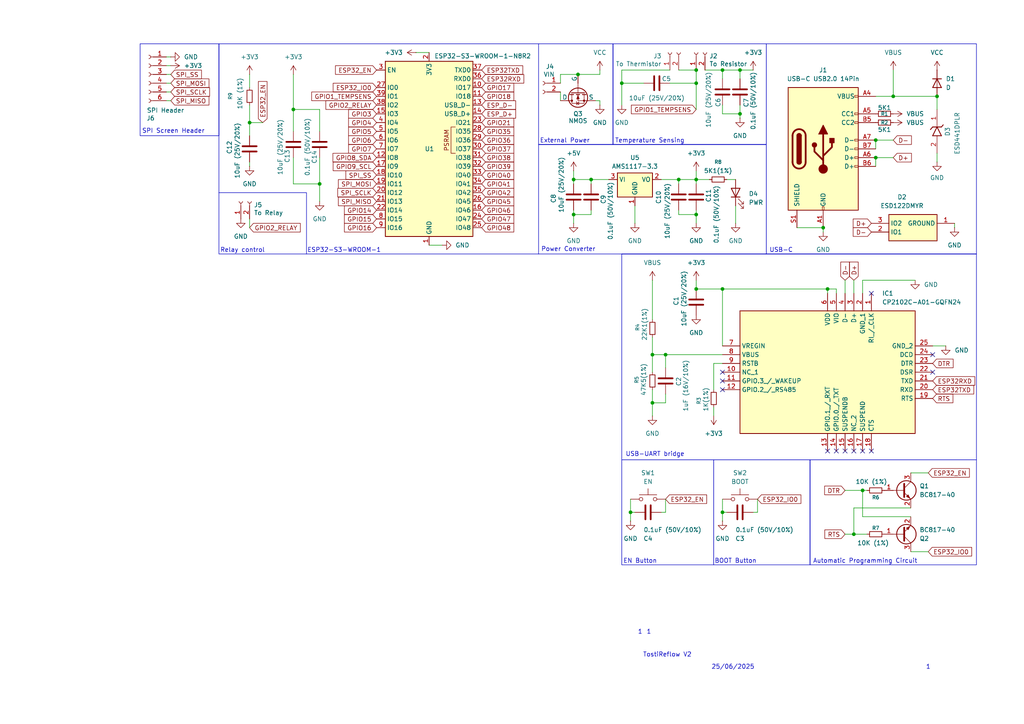
<source format=kicad_sch>
(kicad_sch (version 20250114) (generator "eeschema") (generator_version "9.0")
  (paper "A4")
  (lib_symbols
    (symbol "Connector:Conn_01x02_Socket" (pin_names (offset 1.016) (hide yes))
      (property "Reference" "J" (at 0 2.54 0))
      (property "Value" "Conn_01x02_Socket" (at 0 -5.08 0))
      (symbol "Conn_01x02_Socket_1_1"
        (pin passive line (at -5.08 0 0) (length 3.81) (name "Pin_1") (number "1"))
        (pin passive line (at -5.08 -2.54 0) (length 3.81) (name "Pin_2") (number "2"))
      )
    )
    (symbol "Connector:Conn_01x06_Socket" (pin_names (offset 1.016) (hide yes))
      (property "Reference" "J" (at 0 7.62 0))
      (property "Value" "Conn_01x06_Socket" (at 0 -10.16 0))
      (symbol "Conn_01x06_Socket_1_1"
        (pin passive line (at -5.08 5.08 0) (length 3.81) (name "Pin_1") (number "1"))
        (pin passive line (at -5.08 2.54 0) (length 3.81) (name "Pin_2") (number "2"))
        (pin passive line (at -5.08 0 0) (length 3.81) (name "Pin_3") (number "3"))
        (pin passive line (at -5.08 -2.54 0) (length 3.81) (name "Pin_4") (number "4"))
        (pin passive line (at -5.08 -5.08 0) (length 3.81) (name "Pin_5") (number "5"))
        (pin passive line (at -5.08 -7.62 0) (length 3.81) (name "Pin_6") (number "6"))
      )
    )
    (symbol "Connector:USB_C_Receptacle_USB2.0_14P" (pin_names (offset 1.016))
      (property "Reference" "J" (at 0 22.225 0))
      (property "Value" "USB_C_Receptacle_USB2.0_14P" (at 0 19.685 0))
      (symbol "USB_C_Receptacle_USB2.0_14P_1_1"
        (pin passive line (at -7.62 -22.86 90) (length 5.08) (name "SHIELD") (number "S1"))
        (pin passive line (at 0 -22.86 90) (length 5.08) (name "GND") (number "A1"))
        (pin passive line (at 0 -22.86 90) (length 5.08) (hide yes) (name "GND") (number "A12"))
        (pin passive line (at 0 -22.86 90) (length 5.08) (hide yes) (name "GND") (number "B1"))
        (pin passive line (at 0 -22.86 90) (length 5.08) (hide yes) (name "GND") (number "B12"))
        (pin passive line (at 15.24 15.24 180) (length 5.08) (name "VBUS") (number "A4"))
        (pin passive line (at 15.24 15.24 180) (length 5.08) (hide yes) (name "VBUS") (number "A9"))
        (pin passive line (at 15.24 15.24 180) (length 5.08) (hide yes) (name "VBUS") (number "B4"))
        (pin passive line (at 15.24 15.24 180) (length 5.08) (hide yes) (name "VBUS") (number "B9"))
        (pin bidirectional line (at 15.24 10.16 180) (length 5.08) (name "CC1") (number "A5"))
        (pin bidirectional line (at 15.24 7.62 180) (length 5.08) (name "CC2") (number "B5"))
        (pin bidirectional line (at 15.24 2.54 180) (length 5.08) (name "D-") (number "A7"))
        (pin bidirectional line (at 15.24 0 180) (length 5.08) (name "D-") (number "B7"))
        (pin bidirectional line (at 15.24 -2.54 180) (length 5.08) (name "D+") (number "A6"))
        (pin bidirectional line (at 15.24 -5.08 180) (length 5.08) (name "D+") (number "B6"))
      )
    )
    (symbol "Device:C" (pin_numbers (hide yes)) (pin_names (offset 0.254))
      (property "Reference" "C" (at 0.635 2.54 0))
      (property "Value" "C" (at 0.635 -2.54 0))
      (symbol "C_1_1"
        (pin passive line (at 0 3.81 270) (length 2.794) (name "~") (number "1"))
        (pin passive line (at 0 -3.81 90) (length 2.794) (name "~") (number "2"))
      )
    )
    (symbol "Device:D" (pin_numbers (hide yes)) (pin_names (offset 1.016) (hide yes))
      (property "Reference" "D" (at 0 2.54 0))
      (property "Value" "D" (at 0 -2.54 0))
      (symbol "D_1_1"
        (pin passive line (at -3.81 0 0) (length 2.54) (name "K") (number "1"))
        (pin passive line (at 3.81 0 180) (length 2.54) (name "A") (number "2"))
      )
    )
    (symbol "Device:LED" (pin_numbers (hide yes)) (pin_names (offset 1.016) (hide yes))
      (property "Reference" "D" (at 0 2.54 0))
      (property "Value" "LED" (at 0 -2.54 0))
      (symbol "LED_1_1"
        (pin passive line (at -3.81 0 0) (length 2.54) (name "K") (number "1"))
        (pin passive line (at 3.81 0 180) (length 2.54) (name "A") (number "2"))
      )
    )
    (symbol "Device:R_Small" (pin_numbers (hide yes)) (pin_names (offset 0.254) (hide yes))
      (property "Reference" "R" (at 0 0 90))
      (property "Value" "R_Small" (at 1.778 0 90))
      (symbol "R_Small_1_1"
        (pin passive line (at 0 2.54 270) (length 0.762) (name "~") (number "1"))
        (pin passive line (at 0 -2.54 90) (length 0.762) (name "~") (number "2"))
      )
    )
    (symbol "RF_Module:ESP32-S3-WROOM-1"
      (property "Reference" "U" (at -12.7 26.67 0))
      (property "Value" "ESP32-S3-WROOM-1" (at 12.7 26.67 0))
      (symbol "ESP32-S3-WROOM-1_0_0"
        (text "PSRAM" (at 5.08 2.54 900) (effects (font (size 1.27 1.27))))
      )
      (symbol "ESP32-S3-WROOM-1_1_1"
        (pin input line (at -15.24 22.86 0) (length 2.54) (name "EN") (number "3"))
        (pin bidirectional line (at -15.24 17.78 0) (length 2.54) (name "IO0") (number "27"))
        (pin bidirectional line (at -15.24 15.24 0) (length 2.54) (name "IO1") (number "39"))
        (pin bidirectional line (at -15.24 12.7 0) (length 2.54) (name "IO2") (number "38"))
        (pin bidirectional line (at -15.24 10.16 0) (length 2.54) (name "IO3") (number "15"))
        (pin bidirectional line (at -15.24 7.62 0) (length 2.54) (name "IO4") (number "4"))
        (pin bidirectional line (at -15.24 5.08 0) (length 2.54) (name "IO5") (number "5"))
        (pin bidirectional line (at -15.24 2.54 0) (length 2.54) (name "IO6") (number "6"))
        (pin bidirectional line (at -15.24 0 0) (length 2.54) (name "IO7") (number "7"))
        (pin bidirectional line (at -15.24 -2.54 0) (length 2.54) (name "IO8") (number "12"))
        (pin bidirectional line (at -15.24 -5.08 0) (length 2.54) (name "IO9") (number "17"))
        (pin bidirectional line (at -15.24 -7.62 0) (length 2.54) (name "IO10") (number "18"))
        (pin bidirectional line (at -15.24 -10.16 0) (length 2.54) (name "IO11") (number "19"))
        (pin bidirectional line (at -15.24 -12.7 0) (length 2.54) (name "IO12") (number "20"))
        (pin bidirectional line (at -15.24 -15.24 0) (length 2.54) (name "IO13") (number "21"))
        (pin bidirectional line (at -15.24 -17.78 0) (length 2.54) (name "IO14") (number "22"))
        (pin bidirectional line (at -15.24 -20.32 0) (length 2.54) (name "IO15") (number "8"))
        (pin bidirectional line (at -15.24 -22.86 0) (length 2.54) (name "IO16") (number "9"))
        (pin power_in line (at 0 27.94 270) (length 2.54) (name "3V3") (number "2"))
        (pin power_in line (at 0 -27.94 90) (length 2.54) (name "GND") (number "1"))
        (pin passive line (at 0 -27.94 90) (length 2.54) (hide yes) (name "GND") (number "40"))
        (pin passive line (at 0 -27.94 90) (length 2.54) (hide yes) (name "GND") (number "41"))
        (pin bidirectional line (at 15.24 22.86 180) (length 2.54) (name "TXD0") (number "37"))
        (pin bidirectional line (at 15.24 20.32 180) (length 2.54) (name "RXD0") (number "36"))
        (pin bidirectional line (at 15.24 17.78 180) (length 2.54) (name "IO17") (number "10"))
        (pin bidirectional line (at 15.24 15.24 180) (length 2.54) (name "IO18") (number "11"))
        (pin bidirectional line (at 15.24 12.7 180) (length 2.54) (name "USB_D-") (number "13"))
        (pin bidirectional line (at 15.24 10.16 180) (length 2.54) (name "USB_D+") (number "14"))
        (pin bidirectional line (at 15.24 7.62 180) (length 2.54) (name "IO21") (number "23"))
        (pin bidirectional line (at 15.24 5.08 180) (length 2.54) (name "IO35") (number "28"))
        (pin bidirectional line (at 15.24 2.54 180) (length 2.54) (name "IO36") (number "29"))
        (pin bidirectional line (at 15.24 0 180) (length 2.54) (name "IO37") (number "30"))
        (pin bidirectional line (at 15.24 -2.54 180) (length 2.54) (name "IO38") (number "31"))
        (pin bidirectional line (at 15.24 -5.08 180) (length 2.54) (name "IO39") (number "32"))
        (pin bidirectional line (at 15.24 -7.62 180) (length 2.54) (name "IO40") (number "33"))
        (pin bidirectional line (at 15.24 -10.16 180) (length 2.54) (name "IO41") (number "34"))
        (pin bidirectional line (at 15.24 -12.7 180) (length 2.54) (name "IO42") (number "35"))
        (pin bidirectional line (at 15.24 -15.24 180) (length 2.54) (name "IO45") (number "26"))
        (pin bidirectional line (at 15.24 -17.78 180) (length 2.54) (name "IO46") (number "16"))
        (pin bidirectional line (at 15.24 -20.32 180) (length 2.54) (name "IO47") (number "24"))
        (pin bidirectional line (at 15.24 -22.86 180) (length 2.54) (name "IO48") (number "25"))
      )
    )
    (symbol "Regulator_Linear:AMS1117-3.3"
      (property "Reference" "U" (at -3.81 3.175 0))
      (property "Value" "AMS1117-3.3" (at 0 3.175 0))
      (symbol "AMS1117-3.3_1_1"
        (pin power_in line (at -7.62 0 0) (length 2.54) (name "VI") (number "3"))
        (pin power_in line (at 0 -7.62 90) (length 2.54) (name "GND") (number "1"))
        (pin power_out line (at 7.62 0 180) (length 2.54) (name "VO") (number "2"))
      )
    )
    (symbol "SamacSys_Parts:CP2102C-A01-GQFN24"
      (property "Reference" "IC" (at 41.91 17.78 0))
      (property "Value" "CP2102C-A01-GQFN24" (at 41.91 15.24 0))
      (symbol "CP2102C-A01-GQFN24_1_1"
        (pin passive line (at 0 0 0) (length 5.08) (name "RI_/_CLK") (number "1"))
        (pin passive line (at 0 -2.54 0) (length 5.08) (name "GND_1") (number "2"))
        (pin passive line (at 0 -5.08 0) (length 5.08) (name "D+") (number "3"))
        (pin passive line (at 0 -7.62 0) (length 5.08) (name "D-") (number "4"))
        (pin passive line (at 0 -10.16 0) (length 5.08) (name "VIO") (number "5"))
        (pin passive line (at 0 -12.7 0) (length 5.08) (name "VDD") (number "6"))
        (pin passive line (at 15.24 17.78 270) (length 5.08) (name "GND_2") (number "25"))
        (pin passive line (at 15.24 -43.18 90) (length 5.08) (name "VREGIN") (number "7"))
        (pin passive line (at 17.78 17.78 270) (length 5.08) (name "DCD") (number "24"))
        (pin passive line (at 17.78 -43.18 90) (length 5.08) (name "VBUS") (number "8"))
        (pin passive line (at 20.32 17.78 270) (length 5.08) (name "DTR") (number "23"))
        (pin passive line (at 20.32 -43.18 90) (length 5.08) (name "RSTB") (number "9"))
        (pin passive line (at 22.86 17.78 270) (length 5.08) (name "DSR") (number "22"))
        (pin passive line (at 22.86 -43.18 90) (length 5.08) (name "NC_1") (number "10"))
        (pin passive line (at 25.4 17.78 270) (length 5.08) (name "TXD") (number "21"))
        (pin passive line (at 25.4 -43.18 90) (length 5.08) (name "GPIO.3_/_WAKEUP") (number "11"))
        (pin passive line (at 27.94 17.78 270) (length 5.08) (name "RXD") (number "20"))
        (pin passive line (at 27.94 -43.18 90) (length 5.08) (name "GPIO.2_/_RS485") (number "12"))
        (pin passive line (at 30.48 17.78 270) (length 5.08) (name "RTS") (number "19"))
        (pin passive line (at 45.72 0 180) (length 5.08) (name "CTS") (number "18"))
        (pin passive line (at 45.72 -2.54 180) (length 5.08) (name "SUSPEND") (number "17"))
        (pin passive line (at 45.72 -5.08 180) (length 5.08) (name "NC_2") (number "16"))
        (pin passive line (at 45.72 -7.62 180) (length 5.08) (name "SUSPENDB") (number "15"))
        (pin passive line (at 45.72 -10.16 180) (length 5.08) (name "GPIO.0_/_TXT") (number "14"))
        (pin passive line (at 45.72 -12.7 180) (length 5.08) (name "GPIO.1_/_RXT") (number "13"))
      )
    )
    (symbol "SamacSys_Parts:ESD122DMYR"
      (property "Reference" "D2" (at 15.24 7.62 0))
      (property "Value" "ESD122DMYR" (at 15.24 5.08 0))
      (symbol "ESD122DMYR_1_1"
        (pin power_in line (at 0 0 0) (length 5.08) (name "GROUND") (number "1"))
        (pin input line (at 24.13 0 180) (length 5.08) (name "IO2") (number "3"))
        (pin input line (at 24.13 -2.54 180) (length 5.08) (name "IO1") (number "2"))
      )
    )
    (symbol "SamacSys_Parts:ESD441DPLR" (pin_names (hide yes))
      (property "Reference" "D3" (at 5.8419 3.81 90))
      (property "Value" "ESD441DPLR" (at 8.3819 3.81 90))
      (symbol "ESD441DPLR_1_1"
        (pin passive line (at 0 0 0) (length 5.08) (name "K") (number "1"))
        (pin passive line (at 12.7 0 180) (length 5.08) (name "A") (number "2"))
      )
    )
    (symbol "Simulation_SPICE:NMOS" (pin_numbers (hide yes)) (pin_names (offset 0))
      (property "Reference" "Q" (at 5.08 1.27 0))
      (property "Value" "NMOS" (at 5.08 -1.27 0))
      (symbol "NMOS_1_1"
        (pin input line (at -5.08 0 0) (length 2.54) (name "G") (number "2"))
        (pin passive line (at 2.54 5.08 270) (length 2.54) (name "D") (number "1"))
        (pin passive line (at 2.54 -5.08 90) (length 2.54) (name "S") (number "3"))
      )
    )
    (symbol "Switch:SW_Push" (pin_numbers (hide yes)) (pin_names (offset 1.016) (hide yes))
      (property "Reference" "SW" (at 1.27 2.54 0))
      (property "Value" "SW_Push" (at 0 -1.524 0))
      (symbol "SW_Push_0_1"
        (pin passive line (at -5.08 0 0) (length 2.54) (name "1") (number "1"))
        (pin passive line (at 5.08 0 180) (length 2.54) (name "2") (number "2"))
      )
    )
    (symbol "Transistor_BJT:Q_NPN_BEC" (pin_names (offset 0) (hide yes))
      (property "Reference" "Q" (at 5.08 1.27 0))
      (property "Value" "Q_NPN_BEC" (at 5.08 -1.27 0))
      (symbol "Q_NPN_BEC_1_1"
        (pin input line (at -5.08 0 0) (length 2.54) (name "B") (number "1"))
        (pin passive line (at 2.54 5.08 270) (length 2.54) (name "C") (number "3"))
        (pin passive line (at 2.54 -5.08 90) (length 2.54) (name "E") (number "2"))
      )
    )
    (symbol "power:+3V3" (power) (pin_numbers (hide yes)) (pin_names (offset 0) (hide yes))
      (property "Value" "+3V3" (at 0 3.556 0))
      (symbol "+3V3_1_1"
        (pin power_in line (at 0 0 90) (length 0) (name "~") (number "1"))
      )
    )
    (symbol "power:+5V" (power) (pin_numbers (hide yes)) (pin_names (offset 0) (hide yes))
      (property "Value" "+5V" (at 0 3.556 0))
      (symbol "+5V_1_1"
        (pin power_in line (at 0 0 90) (length 0) (name "~") (number "1"))
      )
    )
    (symbol "power:GND" (power) (pin_numbers (hide yes)) (pin_names (offset 0) (hide yes))
      (property "Value" "GND" (at 0 -3.81 0))
      (symbol "GND_1_1"
        (pin power_in line (at 0 0 270) (length 0) (name "~") (number "1"))
      )
    )
    (symbol "power:VBUS" (power) (pin_numbers (hide yes)) (pin_names (offset 0) (hide yes))
      (property "Value" "VBUS" (at 0 3.556 0))
      (symbol "VBUS_1_1"
        (pin power_in line (at 0 0 90) (length 0) (name "~") (number "1"))
      )
    )
    (symbol "power:VCC" (power) (pin_numbers (hide yes)) (pin_names (offset 0) (hide yes))
      (property "Value" "VCC" (at 0 3.556 0))
      (symbol "VCC_1_1"
        (pin power_in line (at 0 0 90) (length 0) (name "~") (number "1"))
      )
    )
  )
  (rectangle (start 177.8 12.7) (end 222.25 41.91))
  (rectangle (start 156.21 41.91) (end 222.25 73.66))
  (rectangle (start 63.5 55.88) (end 88.9 73.66))
  (rectangle (start 207.01 133.35) (end 234.95 163.83))
  (rectangle (start 180.34 133.35) (end 207.01 163.83))
  (rectangle (start 180.34 73.66) (end 283.21 133.35))
  (rectangle (start 156.21 12.7) (end 177.8 41.91))
  (rectangle (start 222.25 12.7) (end 283.21 73.66))
  (rectangle (start 234.95 133.35) (end 283.21 163.83))
  (rectangle (start 40.64 12.7) (end 63.5 39.37))
  (text "EN Button" (at 185.674 162.814 0) (effects (font (size 1.27 1.27))))
  (text "SPI Screen Header" (at 50.292 38.1 0) (effects (font (size 1.27 1.27))))
  (text "1" (at 188.214 183.388 0) (effects (font (size 1.27 1.27))))
  (text "TostiReflow V2" (at 193.548 189.992 0) (effects (font (size 1.27 1.27))))
  (text "USB-UART bridge" (at 189.992 131.826 0) (effects (font (size 1.27 1.27))))
  (text "ESP32-S3-WROOM-1" (at 99.822 72.644 0) (effects (font (size 1.27 1.27))))
  (text "25/06/2025" (at 212.598 193.548 0) (effects (font (size 1.27 1.27))))
  (text "Automatic Programming Circuit" (at 250.952 162.814 0) (effects (font (size 1.27 1.27))))
  (text "Power Converter" (at 164.846 72.39 0) (effects (font (size 1.27 1.27))))
  (text "1" (at 185.674 183.388 0) (effects (font (size 1.27 1.27))))
  (text "Temperature Sensing" (at 188.468 40.894 0) (effects (font (size 1.27 1.27))))
  (text "External Power\n" (at 163.83 40.894 0) (effects (font (size 1.27 1.27))))
  (text "1" (at 269.24 193.548 0) (effects (font (size 1.27 1.27))))
  (text "Relay control" (at 70.358 72.644 0) (effects (font (size 1.27 1.27))))
  (text "BOOT Button" (at 213.36 162.814 0) (effects (font (size 1.27 1.27))))
  (text "USB-C\n" (at 226.568 72.644 0) (effects (font (size 1.27 1.27))))
  (junction (at 209.55 148.59))
  (junction (at 250.19 142.24))
  (junction (at 166.37 62.23))
  (junction (at 254 45.72))
  (junction (at 180.34 24.13))
  (junction (at 240.03 83.82))
  (junction (at 214.63 20.32))
  (junction (at 247.65 154.94))
  (junction (at 189.23 102.87))
  (junction (at 85.09 31.75))
  (junction (at 201.93 62.23))
  (junction (at 171.45 52.07))
  (junction (at 193.04 102.87))
  (junction (at 271.78 27.94))
  (junction (at 167.64 21.59))
  (junction (at 214.63 33.02))
  (junction (at 201.93 52.07))
  (junction (at 72.39 35.56))
  (junction (at 254 40.64))
  (junction (at 196.85 52.07))
  (junction (at 201.93 83.82))
  (junction (at 201.93 24.13))
  (junction (at 259.08 27.94))
  (junction (at 209.55 83.82))
  (junction (at 189.23 116.84))
  (junction (at 238.76 66.04))
  (junction (at 166.37 52.07))
  (junction (at 201.93 20.32))
  (junction (at 92.71 53.34))
  (junction (at 209.55 20.32))
  (junction (at 182.88 148.59))
  (no_connect (at 209.55 107.95))
  (no_connect (at 209.55 113.03))
  (no_connect (at 270.51 102.87))
  (no_connect (at 240.03 130.81))
  (no_connect (at 242.57 130.81))
  (no_connect (at 270.51 107.95))
  (no_connect (at 245.11 130.81))
  (no_connect (at 209.55 110.49))
  (no_connect (at 250.19 130.81))
  (no_connect (at 247.65 130.81))
  (no_connect (at 252.73 130.81))
  (no_connect (at 252.73 85.09))
  (wire (pts (xy 201.93 62.23) (xy 201.93 64.77)))
  (wire (pts (xy 85.09 53.34) (xy 92.71 53.34)))
  (wire (pts (xy 254 40.64) (xy 259.08 40.64)))
  (wire (pts (xy 245.11 81.28) (xy 245.11 85.09)))
  (wire (pts (xy 171.45 52.07) (xy 176.53 52.07)))
  (wire (pts (xy 72.39 30.48) (xy 72.39 35.56)))
  (wire (pts (xy 189.23 97.79) (xy 189.23 102.87)))
  (wire (pts (xy 72.39 48.26) (xy 72.39 46.99)))
  (wire (pts (xy 201.93 83.82) (xy 201.93 81.28)))
  (wire (pts (xy 201.93 52.07) (xy 201.93 53.34)))
  (wire (pts (xy 265.43 81.28) (xy 250.19 81.28)))
  (polyline (pts (xy 63.5 12.7) (xy 63.5 55.88)))
  (wire (pts (xy 162.56 29.21) (xy 162.56 26.67)))
  (wire (pts (xy 219.71 148.59) (xy 219.71 144.78)))
  (wire (pts (xy 171.45 52.07) (xy 171.45 53.34)))
  (wire (pts (xy 201.93 49.53) (xy 201.93 52.07)))
  (wire (pts (xy 48.26 29.21) (xy 49.53 29.21)))
  (wire (pts (xy 209.55 20.32) (xy 214.63 20.32)))
  (wire (pts (xy 48.26 24.13) (xy 49.53 24.13)))
  (wire (pts (xy 269.24 160.02) (xy 264.16 160.02)))
  (wire (pts (xy 184.15 148.59) (xy 182.88 148.59)))
  (wire (pts (xy 259.08 20.32) (xy 259.08 27.94)))
  (wire (pts (xy 173.99 21.59) (xy 173.99 20.32)))
  (wire (pts (xy 194.31 24.13) (xy 201.93 24.13)))
  (wire (pts (xy 209.55 83.82) (xy 240.03 83.82)))
  (wire (pts (xy 193.04 116.84) (xy 193.04 114.3)))
  (wire (pts (xy 189.23 116.84) (xy 193.04 116.84)))
  (wire (pts (xy 189.23 113.03) (xy 189.23 116.84)))
  (wire (pts (xy 193.04 102.87) (xy 209.55 102.87)))
  (wire (pts (xy 191.77 52.07) (xy 196.85 52.07)))
  (wire (pts (xy 254 40.64) (xy 254 43.18)))
  (wire (pts (xy 201.93 62.23) (xy 196.85 62.23)))
  (wire (pts (xy 184.15 59.69) (xy 184.15 64.77)))
  (wire (pts (xy 250.19 142.24) (xy 251.46 142.24)))
  (wire (pts (xy 162.56 24.13) (xy 162.56 21.59)))
  (wire (pts (xy 240.03 83.82) (xy 240.03 85.09)))
  (wire (pts (xy 204.47 20.32) (xy 209.55 20.32)))
  (wire (pts (xy 92.71 45.72) (xy 92.71 53.34)))
  (wire (pts (xy 201.93 83.82) (xy 209.55 83.82)))
  (wire (pts (xy 180.34 20.32) (xy 194.31 20.32)))
  (wire (pts (xy 209.55 30.48) (xy 209.55 33.02)))
  (wire (pts (xy 214.63 20.32) (xy 214.63 22.86)))
  (wire (pts (xy 242.57 83.82) (xy 242.57 85.09)))
  (wire (pts (xy 196.85 62.23) (xy 196.85 60.96)))
  (wire (pts (xy 166.37 52.07) (xy 171.45 52.07)))
  (wire (pts (xy 92.71 31.75) (xy 92.71 38.1)))
  (wire (pts (xy 193.04 106.68) (xy 193.04 102.87)))
  (wire (pts (xy 189.23 102.87) (xy 193.04 102.87)))
  (polyline (pts (xy 156.21 12.7) (xy 63.5 12.7)))
  (wire (pts (xy 167.64 21.59) (xy 173.99 21.59)))
  (wire (pts (xy 214.63 30.48) (xy 214.63 33.02)))
  (wire (pts (xy 209.55 148.59) (xy 209.55 144.78)))
  (wire (pts (xy 274.32 100.33) (xy 270.51 100.33)))
  (wire (pts (xy 166.37 52.07) (xy 166.37 53.34)))
  (wire (pts (xy 271.78 44.45) (xy 271.78 46.99)))
  (wire (pts (xy 276.86 64.77) (xy 276.86 66.04)))
  (wire (pts (xy 182.88 151.13) (xy 182.88 148.59)))
  (wire (pts (xy 171.45 62.23) (xy 166.37 62.23)))
  (wire (pts (xy 210.82 52.07) (xy 213.36 52.07)))
  (wire (pts (xy 269.24 137.16) (xy 264.16 137.16)))
  (wire (pts (xy 247.65 81.28) (xy 247.65 85.09)))
  (wire (pts (xy 250.19 149.86) (xy 250.19 142.24)))
  (wire (pts (xy 182.88 148.59) (xy 182.88 144.78)))
  (wire (pts (xy 209.55 20.32) (xy 209.55 22.86)))
  (wire (pts (xy 72.39 21.59) (xy 72.39 25.4)))
  (wire (pts (xy 271.78 27.94) (xy 271.78 31.75)))
  (wire (pts (xy 85.09 21.59) (xy 85.09 31.75)))
  (wire (pts (xy 173.99 29.21) (xy 172.72 29.21)))
  (wire (pts (xy 85.09 31.75) (xy 92.71 31.75)))
  (wire (pts (xy 189.23 120.65) (xy 189.23 116.84)))
  (wire (pts (xy 196.85 52.07) (xy 196.85 53.34)))
  (wire (pts (xy 72.39 66.04) (xy 72.39 63.5)))
  (wire (pts (xy 120.65 15.24) (xy 124.46 15.24)))
  (wire (pts (xy 214.63 20.32) (xy 218.44 20.32)))
  (wire (pts (xy 201.93 60.96) (xy 201.93 62.23)))
  (wire (pts (xy 189.23 81.28) (xy 189.23 92.71)))
  (wire (pts (xy 76.2 35.56) (xy 72.39 35.56)))
  (wire (pts (xy 245.11 142.24) (xy 250.19 142.24)))
  (wire (pts (xy 254 45.72) (xy 254 48.26)))
  (wire (pts (xy 201.93 52.07) (xy 205.74 52.07)))
  (wire (pts (xy 247.65 154.94) (xy 251.46 154.94)))
  (wire (pts (xy 214.63 34.29) (xy 214.63 33.02)))
  (wire (pts (xy 201.93 20.32) (xy 196.85 20.32)))
  (wire (pts (xy 193.04 148.59) (xy 193.04 144.78)))
  (wire (pts (xy 254 27.94) (xy 259.08 27.94)))
  (wire (pts (xy 162.56 21.59) (xy 167.64 21.59)))
  (wire (pts (xy 85.09 31.75) (xy 85.09 38.1)))
  (wire (pts (xy 245.11 154.94) (xy 247.65 154.94)))
  (wire (pts (xy 213.36 59.69) (xy 213.36 64.77)))
  (wire (pts (xy 166.37 49.53) (xy 166.37 52.07)))
  (wire (pts (xy 196.85 52.07) (xy 201.93 52.07)))
  (wire (pts (xy 210.82 148.59) (xy 209.55 148.59)))
  (wire (pts (xy 240.03 83.82) (xy 242.57 83.82)))
  (wire (pts (xy 250.19 81.28) (xy 250.19 85.09)))
  (wire (pts (xy 259.08 27.94) (xy 271.78 27.94)))
  (wire (pts (xy 207.01 118.11) (xy 207.01 120.65)))
  (wire (pts (xy 48.26 19.05) (xy 49.53 19.05)))
  (wire (pts (xy 166.37 62.23) (xy 166.37 64.77)))
  (wire (pts (xy 264.16 149.86) (xy 250.19 149.86)))
  (wire (pts (xy 191.77 148.59) (xy 193.04 148.59)))
  (wire (pts (xy 48.26 21.59) (xy 49.53 21.59)))
  (wire (pts (xy 48.26 26.67) (xy 49.53 26.67)))
  (wire (pts (xy 180.34 24.13) (xy 186.69 24.13)))
  (polyline (pts (xy 88.9 73.66) (xy 156.21 73.66)))
  (wire (pts (xy 92.71 58.42) (xy 92.71 53.34)))
  (wire (pts (xy 72.39 35.56) (xy 72.39 39.37)))
  (wire (pts (xy 189.23 102.87) (xy 189.23 107.95)))
  (wire (pts (xy 247.65 147.32) (xy 264.16 147.32)))
  (wire (pts (xy 180.34 20.32) (xy 180.34 24.13)))
  (wire (pts (xy 247.65 147.32) (xy 247.65 154.94)))
  (wire (pts (xy 231.14 66.04) (xy 238.76 66.04)))
  (wire (pts (xy 207.01 113.03) (xy 207.01 105.41)))
  (wire (pts (xy 209.55 33.02) (xy 214.63 33.02)))
  (wire (pts (xy 128.27 71.12) (xy 124.46 71.12)))
  (wire (pts (xy 201.93 20.32) (xy 201.93 24.13)))
  (wire (pts (xy 254 45.72) (xy 259.08 45.72)))
  (wire (pts (xy 207.01 105.41) (xy 209.55 105.41)))
  (wire (pts (xy 218.44 148.59) (xy 219.71 148.59)))
  (wire (pts (xy 180.34 24.13) (xy 180.34 30.48)))
  (wire (pts (xy 173.99 29.21) (xy 173.99 30.48)))
  (wire (pts (xy 48.26 16.51) (xy 49.53 16.51)))
  (wire (pts (xy 166.37 62.23) (xy 166.37 60.96)))
  (wire (pts (xy 209.55 151.13) (xy 209.55 148.59)))
  (wire (pts (xy 201.93 24.13) (xy 201.93 31.75)))
  (wire (pts (xy 171.45 60.96) (xy 171.45 62.23)))
  (wire (pts (xy 85.09 45.72) (xy 85.09 53.34)))
  (wire (pts (xy 238.76 67.31) (xy 238.76 66.04)))
  (wire (pts (xy 209.55 83.82) (xy 209.55 100.33)))
  (global_label "ESP32_EN" (shape input) (at 76.2 35.56 90) (property "Intersheetrefs" "${INTERSHEET_REFS}" (effects (hide yes))))
  (global_label "SPI_SCLK" (shape input) (at 109.22 55.88 180) (property "Intersheetrefs" "${INTERSHEET_REFS}" (effects (hide yes))))
  (global_label "GPIO16" (shape input) (at 109.22 66.04 180) (property "Intersheetrefs" "${INTERSHEET_REFS}" (effects (hide yes))))
  (global_label "GPIO1_TEMPSENS" (shape input) (at 109.22 27.94 180) (property "Intersheetrefs" "${INTERSHEET_REFS}" (effects (hide yes))))
  (global_label "GPIO2_RELAY" (shape input) (at 109.22 30.48 180) (property "Intersheetrefs" "${INTERSHEET_REFS}" (effects (hide yes))))
  (global_label "D+" (shape input) (at 252.73 64.77 180) (property "Intersheetrefs" "${INTERSHEET_REFS}" (effects (hide yes))))
  (global_label "DTR" (shape input) (at 270.51 105.41 0) (property "Intersheetrefs" "${INTERSHEET_REFS}" (effects (hide yes))))
  (global_label "ESP32_IO0" (shape input) (at 109.22 25.4 180) (property "Intersheetrefs" "${INTERSHEET_REFS}" (effects (hide yes))))
  (global_label "SPI_MOSI" (shape input) (at 49.53 24.13 0) (property "Intersheetrefs" "${INTERSHEET_REFS}" (effects (hide yes))))
  (global_label "ESP32_IO0" (shape input) (at 269.24 160.02 0) (property "Intersheetrefs" "${INTERSHEET_REFS}" (effects (hide yes))))
  (global_label "GPIO2_RELAY" (shape input) (at 72.39 66.04 0) (property "Intersheetrefs" "${INTERSHEET_REFS}" (effects (hide yes))))
  (global_label "GPIO15" (shape input) (at 109.22 63.5 180) (property "Intersheetrefs" "${INTERSHEET_REFS}" (effects (hide yes))))
  (global_label "SPI_SS" (shape input) (at 109.22 50.8 180) (property "Intersheetrefs" "${INTERSHEET_REFS}" (effects (hide yes))))
  (global_label "GPIO37" (shape input) (at 139.7 43.18 0) (property "Intersheetrefs" "${INTERSHEET_REFS}" (effects (hide yes))))
  (global_label "ESP32_IO0" (shape input) (at 219.71 144.78 0) (property "Intersheetrefs" "${INTERSHEET_REFS}" (effects (hide yes))))
  (global_label "DTR" (shape input) (at 245.11 142.24 180) (property "Intersheetrefs" "${INTERSHEET_REFS}" (effects (hide yes))))
  (global_label "GPIO4" (shape input) (at 109.22 35.56 180) (property "Intersheetrefs" "${INTERSHEET_REFS}" (effects (hide yes))))
  (global_label "GPIO41" (shape input) (at 139.7 53.34 0) (property "Intersheetrefs" "${INTERSHEET_REFS}" (effects (hide yes))))
  (global_label "GPIO18" (shape input) (at 139.7 27.94 0) (property "Intersheetrefs" "${INTERSHEET_REFS}" (effects (hide yes))))
  (global_label "GPIO9_SCL" (shape input) (at 109.22 48.26 180) (property "Intersheetrefs" "${INTERSHEET_REFS}" (effects (hide yes))))
  (global_label "D+" (shape input) (at 259.08 45.72 0) (property "Intersheetrefs" "${INTERSHEET_REFS}" (effects (hide yes))))
  (global_label "D-" (shape input) (at 259.08 40.64 0) (property "Intersheetrefs" "${INTERSHEET_REFS}" (effects (hide yes))))
  (global_label "ESP32_EN" (shape input) (at 109.22 20.32 180) (property "Intersheetrefs" "${INTERSHEET_REFS}" (effects (hide yes))))
  (global_label "ESP32TXD" (shape input) (at 270.51 113.03 0) (property "Intersheetrefs" "${INTERSHEET_REFS}" (effects (hide yes))))
  (global_label "GPIO8_SDA" (shape input) (at 109.22 45.72 180) (property "Intersheetrefs" "${INTERSHEET_REFS}" (effects (hide yes))))
  (global_label "ESP32_EN" (shape input) (at 269.24 137.16 0) (property "Intersheetrefs" "${INTERSHEET_REFS}" (effects (hide yes))))
  (global_label "GPIO42" (shape input) (at 139.7 55.88 0) (property "Intersheetrefs" "${INTERSHEET_REFS}" (effects (hide yes))))
  (global_label "GPIO35" (shape input) (at 139.7 38.1 0) (property "Intersheetrefs" "${INTERSHEET_REFS}" (effects (hide yes))))
  (global_label "ESP32TXD" (shape input) (at 139.7 20.32 0) (property "Intersheetrefs" "${INTERSHEET_REFS}" (effects (hide yes))))
  (global_label "SPI_SS" (shape input) (at 49.53 21.59 0) (property "Intersheetrefs" "${INTERSHEET_REFS}" (effects (hide yes))))
  (global_label "SPI_MOSI" (shape input) (at 109.22 53.34 180) (property "Intersheetrefs" "${INTERSHEET_REFS}" (effects (hide yes))))
  (global_label "GPIO5" (shape input) (at 109.22 38.1 180) (property "Intersheetrefs" "${INTERSHEET_REFS}" (effects (hide yes))))
  (global_label "GPIO47" (shape input) (at 139.7 63.5 0) (property "Intersheetrefs" "${INTERSHEET_REFS}" (effects (hide yes))))
  (global_label "SPI_MISO" (shape input) (at 49.53 29.21 0) (property "Intersheetrefs" "${INTERSHEET_REFS}" (effects (hide yes))))
  (global_label "SPI_SCLK" (shape input) (at 49.53 26.67 0) (property "Intersheetrefs" "${INTERSHEET_REFS}" (effects (hide yes))))
  (global_label "GPIO38" (shape input) (at 139.7 45.72 0) (property "Intersheetrefs" "${INTERSHEET_REFS}" (effects (hide yes))))
  (global_label "ESP32RXD" (shape input) (at 139.7 22.86 0) (property "Intersheetrefs" "${INTERSHEET_REFS}" (effects (hide yes))))
  (global_label "GPIO36" (shape input) (at 139.7 40.64 0) (property "Intersheetrefs" "${INTERSHEET_REFS}" (effects (hide yes))))
  (global_label "GPIO6" (shape input) (at 109.22 40.64 180) (property "Intersheetrefs" "${INTERSHEET_REFS}" (effects (hide yes))))
  (global_label "ESP32_EN" (shape input) (at 193.04 144.78 0) (property "Intersheetrefs" "${INTERSHEET_REFS}" (effects (hide yes))))
  (global_label "RTS" (shape input) (at 270.51 115.57 0) (property "Intersheetrefs" "${INTERSHEET_REFS}" (effects (hide yes))))
  (global_label "ESP_D+" (shape input) (at 139.7 33.02 0) (property "Intersheetrefs" "${INTERSHEET_REFS}" (effects (hide yes))))
  (global_label "GPIO45" (shape input) (at 139.7 58.42 0) (property "Intersheetrefs" "${INTERSHEET_REFS}" (effects (hide yes))))
  (global_label "GPIO46" (shape input) (at 139.7 60.96 0) (property "Intersheetrefs" "${INTERSHEET_REFS}" (effects (hide yes))))
  (global_label "GPIO1_TEMPSENS" (shape input) (at 201.93 31.75 180) (property "Intersheetrefs" "${INTERSHEET_REFS}" (effects (hide yes))))
  (global_label "D+" (shape input) (at 247.65 81.28 90) (property "Intersheetrefs" "${INTERSHEET_REFS}" (effects (hide yes))))
  (global_label "D-" (shape input) (at 245.11 81.28 90) (property "Intersheetrefs" "${INTERSHEET_REFS}" (effects (hide yes))))
  (global_label "GPIO39" (shape input) (at 139.7 48.26 0) (property "Intersheetrefs" "${INTERSHEET_REFS}" (effects (hide yes))))
  (global_label "GPIO40" (shape input) (at 139.7 50.8 0) (property "Intersheetrefs" "${INTERSHEET_REFS}" (effects (hide yes))))
  (global_label "GPIO17" (shape input) (at 139.7 25.4 0) (property "Intersheetrefs" "${INTERSHEET_REFS}" (effects (hide yes))))
  (global_label "ESP_D-" (shape input) (at 139.7 30.48 0) (property "Intersheetrefs" "${INTERSHEET_REFS}" (effects (hide yes))))
  (global_label "GPIO3" (shape input) (at 109.22 33.02 180) (property "Intersheetrefs" "${INTERSHEET_REFS}" (effects (hide yes))))
  (global_label "GPIO7" (shape input) (at 109.22 43.18 180) (property "Intersheetrefs" "${INTERSHEET_REFS}" (effects (hide yes))))
  (global_label "GPIO21" (shape input) (at 139.7 35.56 0) (property "Intersheetrefs" "${INTERSHEET_REFS}" (effects (hide yes))))
  (global_label "GPIO48" (shape input) (at 139.7 66.04 0) (property "Intersheetrefs" "${INTERSHEET_REFS}" (effects (hide yes))))
  (global_label "D-" (shape input) (at 252.73 67.31 180) (property "Intersheetrefs" "${INTERSHEET_REFS}" (effects (hide yes))))
  (global_label "GPIO14" (shape input) (at 109.22 60.96 180) (property "Intersheetrefs" "${INTERSHEET_REFS}" (effects (hide yes))))
  (global_label "ESP32RXD" (shape input) (at 270.51 110.49 0) (property "Intersheetrefs" "${INTERSHEET_REFS}" (effects (hide yes))))
  (global_label "SPI_MISO" (shape input) (at 109.22 58.42 180) (property "Intersheetrefs" "${INTERSHEET_REFS}" (effects (hide yes))))
  (global_label "RTS" (shape input) (at 245.11 154.94 180) (property "Intersheetrefs" "${INTERSHEET_REFS}" (effects (hide yes))))
  (symbol (lib_id "Transistor_BJT:Q_NPN_BEC") (at 261.62 154.94 0) (mirror x) (unit 1)
    (property "Reference" "Q2" (at 266.7 156.2101 0) (effects (justify left)))
    (property "Value" "BC817-40" (at 266.7 153.6701 0) (effects (justify left)))
    (property "Footprint" "Package_TO_SOT_SMD:SOT-23" (effects (hide yes)))
    (property "Description" "NPN transistor, base/emitter/collector" (effects (hide yes)))
  )
  (symbol (lib_id "Device:D") (at 271.78 24.13 270) (unit 1)
    (property "Reference" "D1" (at 274.32 22.8599 90) (effects (justify left)))
    (property "Value" "D" (at 274.32 25.3999 90) (effects (justify left)))
    (property "Footprint" "Diode_SMD:D_0603_1608Metric" (effects (hide yes)))
    (property "Description" "Diode" (effects (hide yes)))
    (property "Sim.Device" "D" (effects (hide yes)))
    (property "Sim.Pins" "1=K 2=A" (effects (hide yes)))
  )
  (symbol (lib_id "power:GND") (at 201.93 64.77 0) (unit 1)
    (property "Reference" "#PWR027" (effects (hide yes)))
    (property "Value" "GND" (at 201.93 69.85 0))
    (property "Description" "Power symbol creates a global label with name \"GND\" , ground" (effects (hide yes)))
  )
  (symbol (lib_id "power:GND") (at 49.53 16.51 90) (unit 1)
    (property "Reference" "#PWR036" (effects (hide yes)))
    (property "Value" "GND" (at 53.34 16.5099 90) (effects (justify right)))
    (property "Description" "Power symbol creates a global label with name \"GND\" , ground" (effects (hide yes)))
  )
  (symbol (lib_id "Device:R_Small") (at 256.54 33.02 90) (unit 1)
    (property "Reference" "R1" (at 256.54 33.02 90) (effects (font (size 1.016 1.016))))
    (property "Value" "5K1" (at 256.54 31.242 90))
    (property "Footprint" "Resistor_SMD:R_0603_1608Metric" (effects (hide yes)))
    (property "Description" "Resistor, small symbol" (effects (hide yes)))
  )
  (symbol (lib_id "Device:C") (at 72.39 43.18 0) (unit 1)
    (property "Reference" "C12" (at 66.548 44.704 90) (effects (justify left)))
    (property "Value" "10uF (25V/20%)" (at 68.834 51.816 90) (effects (justify left)))
    (property "Description" "Unpolarized capacitor" (effects (hide yes)))
  )
  (symbol (lib_id "Device:R_Small") (at 189.23 95.25 180) (unit 1)
    (property "Reference" "R4" (at 184.912 96.012 90) (effects (font (size 1.016 1.016)) (justify right)))
    (property "Value" "22K1(1%)" (at 186.944 98.806 90) (effects (justify right)))
    (property "Footprint" "Resistor_SMD:R_0603_1608Metric" (effects (hide yes)))
    (property "Description" "Resistor, small symbol" (effects (hide yes)))
  )
  (symbol (lib_id "power:GND") (at 209.55 151.13 0) (unit 1)
    (property "Reference" "#PWR016" (effects (hide yes)))
    (property "Value" "GND" (at 209.55 156.21 0))
    (property "Description" "Power symbol creates a global label with name \"GND\" , ground" (effects (hide yes)))
  )
  (symbol (lib_id "Device:C") (at 92.71 41.91 0) (unit 1)
    (property "Reference" "C14" (at 91.186 47.498 90) (effects (justify left)))
    (property "Value" "0.1uF (50V/10%)" (at 89.154 51.054 90) (effects (justify left)))
    (property "Footprint" "Capacitor_SMD:C_0603_1608Metric" (effects (hide yes)))
    (property "Description" "Unpolarized capacitor" (effects (hide yes)))
  )
  (symbol (lib_id "Device:C") (at 190.5 24.13 90) (unit 1)
    (property "Reference" "C5" (at 193.294 22.86 90))
    (property "Value" "10uF (25V/20%)" (at 190.5 28.448 90))
    (property "Description" "Unpolarized capacitor" (effects (hide yes)))
  )
  (symbol (lib_id "power:+3V3") (at 207.01 120.65 180) (unit 1)
    (property "Reference" "#PWR010" (effects (hide yes)))
    (property "Value" "+3V3" (at 207.01 125.73 0))
    (property "Description" "Power symbol creates a global label with name \"+3V3\"" (effects (hide yes)))
  )
  (symbol (lib_id "power:VBUS") (at 259.08 20.32 0) (unit 1)
    (property "Reference" "#PWR05" (effects (hide yes)))
    (property "Value" "VBUS" (at 259.08 15.24 0))
    (property "Description" "Power symbol creates a global label with name \"VBUS\"" (effects (hide yes)))
  )
  (symbol (lib_id "power:GND") (at 128.27 71.12 90) (unit 1)
    (property "Reference" "#PWR018" (effects (hide yes)))
    (property "Value" "GND" (at 132.08 71.1199 90) (effects (justify right)))
    (property "Description" "Power symbol creates a global label with name \"GND\" , ground" (effects (hide yes)))
  )
  (symbol (lib_id "Device:C") (at 214.63 26.67 180) (unit 1)
    (property "Reference" "C7" (at 216.408 28.448 90) (effects (justify left)))
    (property "Value" "0.1uF (50V/10%)" (at 218.44 20.828 90) (effects (justify left)))
    (property "Footprint" "Capacitor_SMD:C_0603_1608Metric" (effects (hide yes)))
    (property "Description" "Unpolarized capacitor" (effects (hide yes)))
  )
  (symbol (lib_id "Device:C") (at 201.93 57.15 0) (unit 1)
    (property "Reference" "C11" (at 205.486 58.674 90) (effects (justify left)))
    (property "Value" "0.1uF (50V/10%)" (at 207.772 70.612 90) (effects (justify left)))
    (property "Footprint" "Capacitor_SMD:C_0603_1608Metric" (effects (hide yes)))
    (property "Description" "Unpolarized capacitor" (effects (hide yes)))
  )
  (symbol (lib_id "Device:R_Small") (at 208.28 52.07 90) (unit 1)
    (property "Reference" "R8" (at 208.28 46.99 90) (effects (font (size 1.016 1.016))))
    (property "Value" "5K1(1%)" (at 208.28 49.53 90))
    (property "Footprint" "Resistor_SMD:R_0603_1608Metric" (effects (hide yes)))
    (property "Description" "Resistor, small symbol" (effects (hide yes)))
  )
  (symbol (lib_id "power:GND") (at 214.63 34.29 0) (unit 1)
    (property "Reference" "#PWR021" (effects (hide yes)))
    (property "Value" "GND" (at 214.63 39.37 0))
    (property "Description" "Power symbol creates a global label with name \"GND\" , ground" (effects (hide yes)))
  )
  (symbol (lib_id "power:GND") (at 213.36 64.77 0) (unit 1)
    (property "Reference" "#PWR028" (effects (hide yes)))
    (property "Value" "GND" (at 213.36 69.85 0))
    (property "Description" "Power symbol creates a global label with name \"GND\" , ground" (effects (hide yes)))
  )
  (symbol (lib_id "Simulation_SPICE:NMOS") (at 167.64 26.67 90) (mirror x) (unit 1)
    (property "Reference" "Q3" (at 167.64 33.02 90))
    (property "Value" "NMOS" (at 167.64 35.052 90))
    (property "Datasheet" "https://ngspice.sourceforge.io/docs/ngspice-html-manual/manual.xhtml#cha_MOSFETs" (effects (hide yes)))
    (property "Description" "N-MOSFET transistor, drain/source/gate" (effects (hide yes)))
    (property "Sim.Device" "NMOS" (effects (hide yes)))
    (property "Sim.Type" "VDMOS" (effects (hide yes)))
    (property "Sim.Pins" "1=D 2=G 3=S" (effects (hide yes)))
  )
  (symbol (lib_id "Device:C") (at 201.93 87.63 0) (mirror y) (unit 1)
    (property "Reference" "C1" (at 196.088 88.646 90) (effects (justify left)))
    (property "Value" "10uF (25V/20%)" (at 198.374 94.742 90) (effects (justify left)))
    (property "Footprint" "Capacitor_SMD:C_0603_1608Metric" (effects (hide yes)))
    (property "Description" "Unpolarized capacitor" (effects (hide yes)))
  )
  (symbol (lib_id "power:VBUS") (at 259.08 33.02 270) (unit 1)
    (property "Reference" "#PWR030" (effects (hide yes)))
    (property "Value" "VBUS" (at 262.89 33.0199 90) (effects (justify left)))
    (property "Description" "Power symbol creates a global label with name \"VBUS\"" (effects (hide yes)))
  )
  (symbol (lib_id "power:GND") (at 182.88 151.13 0) (unit 1)
    (property "Reference" "#PWR017" (effects (hide yes)))
    (property "Value" "GND" (at 182.88 156.21 0))
    (property "Description" "Power symbol creates a global label with name \"GND\" , ground" (effects (hide yes)))
  )
  (symbol (lib_id "Connector:Conn_01x02_Socket") (at 157.48 24.13 0) (mirror y) (unit 1)
    (property "Reference" "J4" (at 159.512 19.304 0))
    (property "Value" "VIN" (at 159.258 21.59 0))
    (property "Footprint" "Connector_PinSocket_2.54mm:PinSocket_1x02_P2.54mm_Vertical" (effects (hide yes)))
    (property "Description" "Generic connector, single row, 01x02, script generated" (effects (hide yes)))
  )
  (symbol (lib_id "Device:C") (at 214.63 148.59 90) (unit 1)
    (property "Reference" "C3" (at 214.63 156.21 90))
    (property "Value" "0.1uF (50V/10%)" (at 221.742 153.67 90))
    (property "Footprint" "Capacitor_SMD:C_0603_1608Metric" (effects (hide yes)))
    (property "Description" "Unpolarized capacitor" (effects (hide yes)))
  )
  (symbol (lib_id "Device:C") (at 209.55 26.67 180) (unit 1)
    (property "Reference" "C6" (at 208.28 29.718 90))
    (property "Value" "10uF (25V/20%)" (at 205.486 28.956 90))
    (property "Description" "Unpolarized capacitor" (effects (hide yes)))
  )
  (symbol (lib_id "power:+5V") (at 166.37 49.53 0) (unit 1)
    (property "Reference" "#PWR023" (effects (hide yes)))
    (property "Value" "+5V" (at 166.37 44.45 0))
    (property "Description" "Power symbol creates a global label with name \"+5V\"" (effects (hide yes)))
  )
  (symbol (lib_id "Transistor_BJT:Q_NPN_BEC") (at 261.62 142.24 0) (unit 1)
    (property "Reference" "Q1" (at 266.7 140.9699 0) (effects (justify left)))
    (property "Value" "BC817-40" (at 266.7 143.5099 0) (effects (justify left)))
    (property "Footprint" "Package_TO_SOT_SMD:SOT-23" (effects (hide yes)))
    (property "Description" "NPN transistor, base/emitter/collector" (effects (hide yes)))
  )
  (symbol (lib_id "power:VCC") (at 173.99 20.32 0) (unit 1)
    (property "Reference" "#PWR029" (effects (hide yes)))
    (property "Value" "VCC" (at 173.99 15.24 0))
    (property "Description" "Power symbol creates a global label with name \"VCC\"" (effects (hide yes)))
  )
  (symbol (lib_id "power:GND") (at 166.37 64.77 0) (unit 1)
    (property "Reference" "#PWR024" (effects (hide yes)))
    (property "Value" "GND" (at 166.37 69.85 0))
    (property "Description" "Power symbol creates a global label with name \"GND\" , ground" (effects (hide yes)))
  )
  (symbol (lib_id "power:VBUS") (at 189.23 81.28 0) (unit 1)
    (property "Reference" "#PWR012" (effects (hide yes)))
    (property "Value" "VBUS" (at 189.23 76.2 0))
    (property "Description" "Power symbol creates a global label with name \"VBUS\"" (effects (hide yes)))
  )
  (symbol (lib_id "power:+3V3") (at 49.53 19.05 270) (unit 1)
    (property "Reference" "#PWR035" (effects (hide yes)))
    (property "Value" "+3V3" (at 53.34 19.0499 90) (effects (justify left)))
    (property "Description" "Power symbol creates a global label with name \"+3V3\"" (effects (hide yes)))
  )
  (symbol (lib_id "Device:C") (at 196.85 57.15 0) (unit 1)
    (property "Reference" "C10" (at 191.008 59.182 90) (effects (justify left)))
    (property "Value" "10uF (25V/20%)" (at 193.548 69.342 90) (effects (justify left)))
    (property "Footprint" "Capacitor_SMD:C_0603_1608Metric" (effects (hide yes)))
    (property "Description" "Unpolarized capacitor" (effects (hide yes)))
  )
  (symbol (lib_id "Device:C") (at 193.04 110.49 0) (unit 1)
    (property "Reference" "C2" (at 196.85 112.014 90) (effects (justify left)))
    (property "Value" "1uF (16V/10%)" (at 198.882 119.38 90) (effects (justify left)))
    (property "Footprint" "Capacitor_SMD:C_0603_1608Metric" (effects (hide yes)))
    (property "Description" "Unpolarized capacitor" (effects (hide yes)))
  )
  (symbol (lib_id "SamacSys_Parts:ESD441DPLR") (at 271.78 31.75 270) (unit 1)
    (property "Reference" "D3" (at 274.828 36.83 0) (effects (justify left)))
    (property "Value" "ESD441DPLR" (at 277.622 32.512 0) (effects (justify left)))
    (property "Footprint" "ESD441DPLR" (effects (hide yes)))
    (property "Datasheet" "https://www.ti.com/lit/ds/symlink/esd441.pdf?ts=1730589139389&ref_url=https%253A%252F%252Fapp.ultralibrarian.com%252F" (effects (hide yes)))
    (property "Description" "ESD Suppressors / TVS Diodes 1-pF, 5.5-V, 30-KV ESD protection device in 0201 package 2-X2SON -40 to 125" (effects (hide yes)))
    (property "Height" "0.32" (effects (hide yes)))
    (property "Mouser Part Number" "595-ESD441DPLR" (effects (hide yes)))
    (property "Mouser Price/Stock" "https://www.mouser.co.uk/ProductDetail/Texas-Instruments/ESD441DPLR?qs=1Kr7Jg1SGW9UQFJqGMkN7Q%3D%3D" (effects (hide yes)))
    (property "Manufacturer_Name" "Texas Instruments" (effects (hide yes)))
    (property "Manufacturer_Part_Number" "ESD441DPLR" (effects (hide yes)))
  )
  (symbol (lib_id "Device:C") (at 171.45 57.15 0) (unit 1)
    (property "Reference" "C9" (at 175.006 59.182 90) (effects (justify left)))
    (property "Value" "0.1uF (50V/10%)" (at 177.038 69.596 90) (effects (justify left)))
    (property "Footprint" "Capacitor_SMD:C_0603_1608Metric" (effects (hide yes)))
    (property "Description" "Unpolarized capacitor" (effects (hide yes)))
  )
  (symbol (lib_id "Connector:Conn_01x02_Socket") (at 69.85 58.42 90) (unit 1)
    (property "Reference" "J5" (at 73.66 59.436 90) (effects (justify right)))
    (property "Value" "To Relay" (at 73.66 61.722 90) (effects (justify right)))
    (property "Description" "Generic connector, single row, 01x02, script generated" (effects (hide yes)))
  )
  (symbol (lib_id "power:+3V3") (at 201.93 49.53 0) (unit 1)
    (property "Reference" "#PWR026" (effects (hide yes)))
    (property "Value" "+3V3" (at 201.93 44.45 0))
    (property "Description" "Power symbol creates a global label with name \"+3V3\"" (effects (hide yes)))
  )
  (symbol (lib_id "power:GND") (at 265.43 81.28 0) (unit 1)
    (property "Reference" "#PWR014" (effects (hide yes)))
    (property "Value" "GND" (at 267.97 82.5499 0) (effects (justify left)))
    (property "Description" "Power symbol creates a global label with name \"GND\" , ground" (effects (hide yes)))
  )
  (symbol (lib_id "power:VBUS") (at 259.08 35.56 270) (unit 1)
    (property "Reference" "#PWR031" (effects (hide yes)))
    (property "Value" "VBUS" (at 262.89 35.5599 90) (effects (justify left)))
    (property "Description" "Power symbol creates a global label with name \"VBUS\"" (effects (hide yes)))
  )
  (symbol (lib_id "Device:C") (at 187.96 148.59 90) (mirror x) (unit 1)
    (property "Reference" "C4" (at 187.96 156.21 90))
    (property "Value" "0.1uF (50V/10%)" (at 195.072 153.67 90))
    (property "Footprint" "Capacitor_SMD:C_0603_1608Metric" (effects (hide yes)))
    (property "Description" "Unpolarized capacitor" (effects (hide yes)))
  )
  (symbol (lib_id "Device:C") (at 85.09 41.91 0) (unit 1)
    (property "Reference" "C13" (at 83.312 47.244 90) (effects (justify left)))
    (property "Value" "10uF (25V/20%)" (at 81.28 50.8 90) (effects (justify left)))
    (property "Description" "Unpolarized capacitor" (effects (hide yes)))
  )
  (symbol (lib_id "Switch:SW_Push") (at 214.63 144.78 0) (unit 1)
    (property "Reference" "SW2" (at 214.63 137.16 0))
    (property "Value" "BOOT" (at 214.63 139.7 0))
    (property "Footprint" "Button_Switch_SMD:SW_SPST_B3U-1000P" (effects (hide yes)))
    (property "Description" "Push button switch, generic, two pins" (effects (hide yes)))
  )
  (symbol (lib_id "power:GND") (at 276.86 66.04 0) (unit 1)
    (property "Reference" "#PWR06" (effects (hide yes)))
    (property "Value" "GND" (at 276.86 71.12 0))
    (property "Description" "Power symbol creates a global label with name \"GND\" , ground" (effects (hide yes)))
  )
  (symbol (lib_id "power:+3V3") (at 120.65 15.24 90) (unit 1)
    (property "Reference" "#PWR02" (effects (hide yes)))
    (property "Value" "+3V3" (at 116.84 15.2399 90) (effects (justify left)))
    (property "Description" "Power symbol creates a global label with name \"+3V3\"" (effects (hide yes)))
  )
  (symbol (lib_id "power:GND") (at 173.99 30.48 0) (unit 1)
    (property "Reference" "#PWR022" (effects (hide yes)))
    (property "Value" "GND" (at 173.99 35.56 0))
    (property "Description" "Power symbol creates a global label with name \"GND\" , ground" (effects (hide yes)))
  )
  (symbol (lib_id "power:GND") (at 189.23 120.65 0) (unit 1)
    (property "Reference" "#PWR011" (effects (hide yes)))
    (property "Value" "GND" (at 189.23 125.73 0))
    (property "Description" "Power symbol creates a global label with name \"GND\" , ground" (effects (hide yes)))
  )
  (symbol (lib_id "Device:R_Small") (at 189.23 110.49 0) (mirror y) (unit 1)
    (property "Reference" "R5" (at 184.658 111.252 90) (effects (font (size 1.016 1.016)) (justify left)))
    (property "Value" "47K5(1%)" (at 186.69 114.808 90) (effects (justify left)))
    (property "Footprint" "Resistor_SMD:R_0603_1608Metric" (effects (hide yes)))
    (property "Description" "Resistor, small symbol" (effects (hide yes)))
  )
  (symbol (lib_id "power:GND") (at 72.39 48.26 0) (unit 1)
    (property "Reference" "#PWR032" (effects (hide yes)))
    (property "Value" "GND" (at 72.39 53.34 0))
    (property "Description" "Power symbol creates a global label with name \"GND\" , ground" (effects (hide yes)))
  )
  (symbol (lib_id "Connector:USB_C_Receptacle_USB2.0_14P") (at 238.76 43.18 0) (unit 1)
    (property "Reference" "J1" (at 238.76 20.32 0))
    (property "Value" "USB-C USB2.0 14Pin" (at 238.76 22.86 0))
    (property "Footprint" "Connector_USB:USB_C_Receptacle_GCT_USB4105-xx-A_16P_TopMnt_Horizontal" (effects (hide yes)))
    (property "Datasheet" "https://www.usb.org/sites/default/files/documents/usb_type-c.zip" (effects (hide yes)))
    (property "Description" "USB 2.0-only 14P Type-C Receptacle connector" (effects (hide yes)))
  )
  (symbol (lib_id "power:+3V3") (at 72.39 21.59 0) (unit 1)
    (property "Reference" "#PWR019" (effects (hide yes)))
    (property "Value" "+3V3" (at 72.39 16.51 0))
    (property "Description" "Power symbol creates a global label with name \"+3V3\"" (effects (hide yes)))
  )
  (symbol (lib_id "power:GND") (at 238.76 67.31 0) (unit 1)
    (property "Reference" "#PWR03" (effects (hide yes)))
    (property "Value" "GND" (at 238.76 72.39 0))
    (property "Description" "Power symbol creates a global label with name \"GND\" , ground" (effects (hide yes)))
  )
  (symbol (lib_id "Device:R_Small") (at 72.39 27.94 0) (unit 1)
    (property "Reference" "R9" (at 66.802 28.956 90) (effects (font (size 1.016 1.016)) (justify left)))
    (property "Value" "10K (1%)" (at 69.596 31.75 90) (effects (justify left)))
    (property "Description" "Resistor, small symbol" (effects (hide yes)))
  )
  (symbol (lib_id "Device:C") (at 166.37 57.15 0) (unit 1)
    (property "Reference" "C8" (at 160.528 58.928 90) (effects (justify left)))
    (property "Value" "10uF (25V/20%)" (at 162.814 61.722 90) (effects (justify left)))
    (property "Footprint" "Capacitor_SMD:C_0603_1608Metric" (effects (hide yes)))
    (property "Description" "Unpolarized capacitor" (effects (hide yes)))
  )
  (symbol (lib_id "power:+3V3") (at 218.44 20.32 0) (unit 1)
    (property "Reference" "#PWR020" (effects (hide yes)))
    (property "Value" "+3V3" (at 218.44 15.24 0))
    (property "Description" "Power symbol creates a global label with name \"+3V3\"" (effects (hide yes)))
  )
  (symbol (lib_id "Device:R_Small") (at 254 154.94 90) (mirror x) (unit 1)
    (property "Reference" "R7" (at 254 153.162 90) (effects (font (size 1.016 1.016))))
    (property "Value" "10K (1%)" (at 253.238 157.48 90))
    (property "Footprint" "Resistor_SMD:R_0603_1608Metric" (effects (hide yes)))
    (property "Description" "Resistor, small symbol" (effects (hide yes)))
  )
  (symbol (lib_id "Connector:Conn_01x02_Socket") (at 194.31 15.24 90) (unit 1)
    (property "Reference" "J3" (at 189.484 16.256 90) (effects (justify right)))
    (property "Value" "To Thermistor" (at 178.562 18.542 90) (effects (justify right)))
    (property "Footprint" "Connector_PinSocket_2.54mm:PinSocket_1x02_P2.54mm_Vertical" (effects (hide yes)))
    (property "Description" "Generic connector, single row, 01x02, script generated" (effects (hide yes)))
  )
  (symbol (lib_id "power:+3V3") (at 201.93 81.28 0) (unit 1)
    (property "Reference" "#PWR08" (effects (hide yes)))
    (property "Value" "+3V3" (at 201.93 76.2 0))
    (property "Description" "Power symbol creates a global label with name \"+3V3\"" (effects (hide yes)))
  )
  (symbol (lib_id "RF_Module:ESP32-S3-WROOM-1") (at 124.46 43.18 0) (unit 1)
    (property "Reference" "U1" (at 123.19 43.18 0) (effects (justify left)))
    (property "Value" "ESP32-S3-WROOM-1-N8R2" (at 125.984 16.256 0) (effects (justify left)))
    (property "Footprint" "RF_Module:ESP32-S3-WROOM-1" (effects (hide yes)))
    (property "Datasheet" "https://www.espressif.com/sites/default/files/documentation/esp32-s3-wroom-1_wroom-1u_datasheet_en.pdf" (effects (hide yes)))
    (property "Description" "RF Module, ESP32-S3 SoC, Wi-Fi 802.11b/g/n, Bluetooth, BLE, 32-bit, 3.3V, onboard antenna, SMD" (effects (hide yes)))
  )
  (symbol (lib_id "power:VCC") (at 271.78 20.32 0) (unit 1)
    (property "Reference" "#PWR013" (effects (hide yes)))
    (property "Value" "VCC" (at 271.78 15.24 0))
    (property "Description" "Power symbol creates a global label with name \"VCC\"" (effects (hide yes)))
  )
  (symbol (lib_id "Connector:Conn_01x02_Socket") (at 201.93 15.24 90) (unit 1)
    (property "Reference" "J2" (at 205.74 16.256 90) (effects (justify right)))
    (property "Value" "To Resistor" (at 205.74 18.542 90) (effects (justify right)))
    (property "Footprint" "Connector_PinSocket_2.54mm:PinSocket_1x02_P2.54mm_Vertical" (effects (hide yes)))
    (property "Description" "Generic connector, single row, 01x02, script generated" (effects (hide yes)))
  )
  (symbol (lib_id "Switch:SW_Push") (at 187.96 144.78 0) (unit 1)
    (property "Reference" "SW1" (at 187.96 137.16 0))
    (property "Value" "EN" (at 187.96 139.7 0))
    (property "Footprint" "Button_Switch_SMD:SW_SPST_B3U-1000P" (effects (hide yes)))
    (property "Description" "Push button switch, generic, two pins" (effects (hide yes)))
  )
  (symbol (lib_id "power:+3V3") (at 85.09 21.59 0) (unit 1)
    (property "Reference" "#PWR033" (effects (hide yes)))
    (property "Value" "+3V3" (at 85.09 16.51 0))
    (property "Description" "Power symbol creates a global label with name \"+3V3\"" (effects (hide yes)))
  )
  (symbol (lib_id "SamacSys_Parts:CP2102C-A01-GQFN24") (at 252.73 85.09 270) (unit 1)
    (property "Reference" "IC1" (at 255.8481 85.09 90) (effects (justify left)))
    (property "Value" "CP2102C-A01-GQFN24" (at 255.8481 87.63 90) (effects (justify left)))
    (property "Footprint" "QFN50P400X400X80-25N-D" (effects (hide yes)))
    (property "Datasheet" "https://www.silabs.com/documents/public/data-sheets/cp2102n-datasheet.pdf" (effects (hide yes)))
    (property "Description" "No firmware development required  Simple GUI-based configurator  Integrated USB transceiver; no external resistors required  Integrated clock; no external crystal required  USB 2.0 full-speed compatible  Data transfer rates up to 3 Mbaud  USB Battery Charger Detection (USB BCS 1.2 Specification)  Remote wakeup for waking a suspended host  Low operating current : 9.5 mA  Royalty-free Virtual COM port drivers" (effects (hide yes)))
    (property "Height" "0.8" (effects (hide yes)))
    (property "Mouser Part Number" "634-P2102CA01GQFN24" (effects (hide yes)))
    (property "Mouser Price/Stock" "https://www.mouser.co.uk/ProductDetail/Silicon-Labs/CP2102C-A01-GQFN24?qs=NeOn4crkEuv6vjRwpB53EA%3D%3D" (effects (hide yes)))
    (property "Manufacturer_Name" "Silicon Labs" (effects (hide yes)))
    (property "Manufacturer_Part_Number" "CP2102C-A01-GQFN24" (effects (hide yes)))
  )
  (symbol (lib_id "power:GND") (at 184.15 64.77 0) (unit 1)
    (property "Reference" "#PWR025" (effects (hide yes)))
    (property "Value" "GND" (at 184.15 69.85 0))
    (property "Description" "Power symbol creates a global label with name \"GND\" , ground" (effects (hide yes)))
  )
  (symbol (lib_id "Device:R_Small") (at 207.01 115.57 0) (mirror x) (unit 1)
    (property "Reference" "R3" (at 202.692 117.348 90) (effects (font (size 1.016 1.016)) (justify right)))
    (property "Value" "1K(1%)" (at 204.724 119.38 90) (effects (justify right)))
    (property "Footprint" "Resistor_SMD:R_0603_1608Metric" (effects (hide yes)))
    (property "Description" "Resistor, small symbol" (effects (hide yes)))
  )
  (symbol (lib_id "power:GND") (at 201.93 91.44 0) (unit 1)
    (property "Reference" "#PWR09" (effects (hide yes)))
    (property "Value" "GND" (at 201.93 96.52 0))
    (property "Description" "Power symbol creates a global label with name \"GND\" , ground" (effects (hide yes)))
  )
  (symbol (lib_id "Regulator_Linear:AMS1117-3.3") (at 184.15 52.07 0) (unit 1)
    (property "Reference" "U5" (at 184.15 45.72 0))
    (property "Value" "AMS1117-3.3" (at 184.15 48.26 0))
    (property "Footprint" "Package_TO_SOT_SMD:SOT-223-3_TabPin2" (effects (hide yes)))
    (property "Datasheet" "http://www.advanced-monolithic.com/pdf/ds1117.pdf" (effects (hide yes)))
    (property "Description" "1A Low Dropout regulator, positive, 3.3V fixed output, SOT-223" (effects (hide yes)))
  )
  (symbol (lib_id "SamacSys_Parts:ESD122DMYR") (at 276.86 64.77 0) (mirror y) (unit 1)
    (property "Reference" "D2" (at 261.62 57.15 0))
    (property "Value" "ESD122DMYR" (at 261.62 59.69 0))
    (property "Footprint" "ESD122DMYR" (effects (hide yes)))
    (property "Datasheet" "http://www.ti.com/lit/ds/symlink/esd122.pdf" (effects (hide yes)))
    (property "Description" "2-Channel ESD Protection Diode for USB Type-C and HDMI 2.0" (effects (hide yes)))
    (property "Height" "0.4" (effects (hide yes)))
    (property "Mouser Part Number" "595-ESD122DMYR" (effects (hide yes)))
    (property "Mouser Price/Stock" "https://www.mouser.co.uk/ProductDetail/Texas-Instruments/ESD122DMYR?qs=gt1LBUVyoHmaYVD%2FzEv1ew%3D%3D" (effects (hide yes)))
    (property "Manufacturer_Name" "Texas Instruments" (effects (hide yes)))
    (property "Manufacturer_Part_Number" "ESD122DMYR" (effects (hide yes)))
  )
  (symbol (lib_id "Device:R_Small") (at 256.54 35.56 90) (unit 1)
    (property "Reference" "R2" (at 256.54 35.56 90) (effects (font (size 1.016 1.016))))
    (property "Value" "5K1" (at 256.54 37.592 90))
    (property "Footprint" "Resistor_SMD:R_0603_1608Metric" (effects (hide yes)))
    (property "Description" "Resistor, small symbol" (effects (hide yes)))
  )
  (symbol (lib_id "power:GND") (at 92.71 58.42 0) (unit 1)
    (property "Reference" "#PWR034" (effects (hide yes)))
    (property "Value" "GND" (at 92.71 63.5 0))
    (property "Description" "Power symbol creates a global label with name \"GND\" , ground" (effects (hide yes)))
  )
  (symbol (lib_id "power:GND") (at 271.78 46.99 0) (unit 1)
    (property "Reference" "#PWR07" (effects (hide yes)))
    (property "Value" "GND" (at 271.78 51.562 0))
    (property "Description" "Power symbol creates a global label with name \"GND\" , ground" (effects (hide yes)))
  )
  (symbol (lib_id "Device:LED") (at 213.36 55.88 90) (unit 1)
    (property "Reference" "D4" (at 217.17 56.1974 90) (effects (justify right)))
    (property "Value" "PWR" (at 217.17 58.7374 90) (effects (justify right)))
    (property "Footprint" "LED_SMD:LED_0603_1608Metric" (effects (hide yes)))
    (property "Description" "Light emitting diode" (effects (hide yes)))
    (property "Sim.Pins" "1=K 2=A" (effects (hide yes)))
  )
  (symbol (lib_id "power:GND") (at 274.32 100.33 0) (unit 1)
    (property "Reference" "#PWR015" (effects (hide yes)))
    (property "Value" "GND" (at 276.86 101.5999 0) (effects (justify left)))
    (property "Description" "Power symbol creates a global label with name \"GND\" , ground" (effects (hide yes)))
  )
  (symbol (lib_id "Device:R_Small") (at 254 142.24 90) (unit 1)
    (property "Reference" "R6" (at 254 144.272 90) (effects (font (size 1.016 1.016))))
    (property "Value" "10K (1%)" (at 252.73 139.7 90))
    (property "Footprint" "Resistor_SMD:R_0603_1608Metric" (effects (hide yes)))
    (property "Description" "Resistor, small symbol" (effects (hide yes)))
  )
  (symbol (lib_id "Connector:Conn_01x06_Socket") (at 43.18 21.59 0) (mirror y) (unit 1)
    (property "Reference" "J6" (at 43.688 34.29 0))
    (property "Value" "SPI Header" (at 48.006 32.004 0))
    (property "Footprint" "Connector_PinSocket_2.54mm:PinSocket_1x06_P2.54mm_Vertical" (effects (hide yes)))
    (property "Description" "Generic connector, single row, 01x06, script generated" (effects (hide yes)))
  )
  (symbol (lib_id "power:GND") (at 180.34 30.48 0) (unit 1)
    (property "Reference" "#PWR04" (effects (hide yes)))
    (property "Value" "GND" (at 180.34 35.56 0))
    (property "Description" "Power symbol creates a global label with name \"GND\" , ground" (effects (hide yes)))
  )
  (symbol (lib_id "power:GND") (at 69.85 63.5 0) (unit 1)
    (property "Reference" "#PWR01" (effects (hide yes)))
    (property "Value" "GND" (at 69.85 68.58 0))
    (property "Description" "Power symbol creates a global label with name \"GND\" , ground" (effects (hide yes)))
  )
)
</source>
